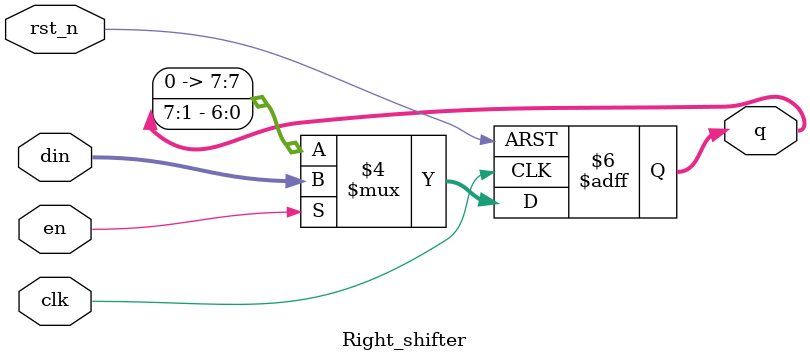
<source format=v>
module Right_shifter #(parameter width = 8) (
input clk, rst_n,en,
input [width-1:0]din,
output reg [width-1:0]q);

always @(posedge clk or negedge rst_n)
if (!rst_n) q <= 0;
else if (en) q <= din;
else q <= {1'b0,q[width-1:1]};

endmodule

</source>
